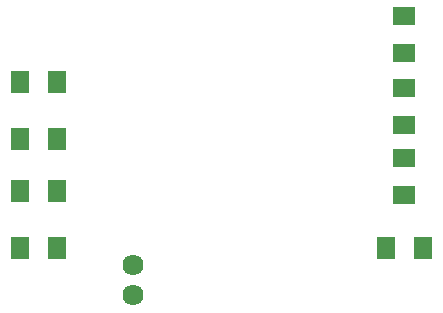
<source format=gtp>
G04 MADE WITH FRITZING*
G04 WWW.FRITZING.ORG*
G04 DOUBLE SIDED*
G04 HOLES PLATED*
G04 CONTOUR ON CENTER OF CONTOUR VECTOR*
%ASAXBY*%
%FSLAX23Y23*%
%MOIN*%
%OFA0B0*%
%SFA1.0B1.0*%
%ADD10C,0.070555*%
%ADD11R,0.062992X0.074803*%
%ADD12R,0.074803X0.062992*%
%LNPASTEMASK1*%
G90*
G70*
G54D10*
X787Y1770D03*
X787Y1670D03*
G54D11*
X411Y2380D03*
X533Y2380D03*
X411Y1825D03*
X533Y1825D03*
X411Y2190D03*
X533Y2190D03*
G54D12*
X1691Y2477D03*
X1691Y2599D03*
X1691Y2237D03*
X1691Y2359D03*
X1691Y2003D03*
X1691Y2125D03*
G54D11*
X1632Y1828D03*
X1754Y1828D03*
X411Y2015D03*
X533Y2015D03*
G04 End of PasteMask1*
M02*
</source>
